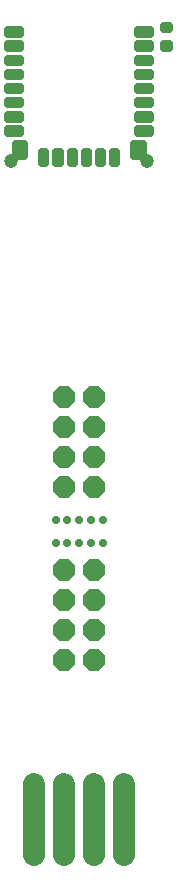
<source format=gts>
G75*
%MOIN*%
%OFA0B0*%
%FSLAX25Y25*%
%IPPOS*%
%LPD*%
%AMOC8*
5,1,8,0,0,1.08239X$1,22.5*
%
%ADD10C,0.02756*%
%ADD11C,0.02165*%
%ADD12C,0.04724*%
%ADD13C,0.02039*%
%ADD14OC8,0.07150*%
%ADD15C,0.07287*%
D10*
X0000000Y0001969D03*
X-0003937Y0001969D03*
X-0003937Y-0005906D03*
X0000000Y-0005906D03*
X0003937Y-0005906D03*
X0003937Y0001969D03*
X0007874Y0001969D03*
X0007874Y-0005906D03*
X-0007874Y-0005906D03*
X-0007874Y0001969D03*
D11*
X-0007973Y0120374D02*
X-0006201Y0120374D01*
X-0007973Y0120374D02*
X-0007973Y0124902D01*
X-0006201Y0124902D01*
X-0006201Y0120374D01*
X-0006201Y0122538D02*
X-0007973Y0122538D01*
X-0007973Y0124702D02*
X-0006201Y0124702D01*
X-0003248Y0120374D02*
X-0001476Y0120374D01*
X-0003248Y0120374D02*
X-0003248Y0124902D01*
X-0001476Y0124902D01*
X-0001476Y0120374D01*
X-0001476Y0122538D02*
X-0003248Y0122538D01*
X-0003248Y0124702D02*
X-0001476Y0124702D01*
X0001476Y0120374D02*
X0003248Y0120374D01*
X0001476Y0120374D02*
X0001476Y0124902D01*
X0003248Y0124902D01*
X0003248Y0120374D01*
X0003248Y0122538D02*
X0001476Y0122538D01*
X0001476Y0124702D02*
X0003248Y0124702D01*
X0006201Y0120374D02*
X0007973Y0120374D01*
X0006201Y0120374D02*
X0006201Y0124902D01*
X0007973Y0124902D01*
X0007973Y0120374D01*
X0007973Y0122538D02*
X0006201Y0122538D01*
X0006201Y0124702D02*
X0007973Y0124702D01*
X0010925Y0120374D02*
X0012697Y0120374D01*
X0010925Y0120374D02*
X0010925Y0124902D01*
X0012697Y0124902D01*
X0012697Y0120374D01*
X0012697Y0122538D02*
X0010925Y0122538D01*
X0010925Y0124702D02*
X0012697Y0124702D01*
X0019390Y0130610D02*
X0019390Y0132382D01*
X0023918Y0132382D01*
X0023918Y0130610D01*
X0019390Y0130610D01*
X0019390Y0135334D02*
X0019390Y0137106D01*
X0023918Y0137106D01*
X0023918Y0135334D01*
X0019390Y0135334D01*
X0019390Y0140059D02*
X0019390Y0141831D01*
X0023918Y0141831D01*
X0023918Y0140059D01*
X0019390Y0140059D01*
X0019390Y0144783D02*
X0019390Y0146555D01*
X0023918Y0146555D01*
X0023918Y0144783D01*
X0019390Y0144783D01*
X0019390Y0149508D02*
X0019390Y0151280D01*
X0023918Y0151280D01*
X0023918Y0149508D01*
X0019390Y0149508D01*
X0019390Y0154232D02*
X0019390Y0156004D01*
X0023918Y0156004D01*
X0023918Y0154232D01*
X0019390Y0154232D01*
X0019390Y0158957D02*
X0019390Y0160729D01*
X0023918Y0160729D01*
X0023918Y0158957D01*
X0019390Y0158957D01*
X0019390Y0163681D02*
X0019390Y0165453D01*
X0023918Y0165453D01*
X0023918Y0163681D01*
X0019390Y0163681D01*
X0030414Y0165256D02*
X0030414Y0167028D01*
X0030414Y0165256D02*
X0027854Y0165256D01*
X0027854Y0167028D01*
X0030414Y0167028D01*
X0030414Y0160729D02*
X0030414Y0158957D01*
X0027854Y0158957D01*
X0027854Y0160729D01*
X0030414Y0160729D01*
X-0010925Y0120374D02*
X-0012697Y0120374D01*
X-0012697Y0124902D01*
X-0010925Y0124902D01*
X-0010925Y0120374D01*
X-0010925Y0122538D02*
X-0012697Y0122538D01*
X-0012697Y0124702D02*
X-0010925Y0124702D01*
X-0023918Y0130610D02*
X-0023918Y0132382D01*
X-0019390Y0132382D01*
X-0019390Y0130610D01*
X-0023918Y0130610D01*
X-0023918Y0135334D02*
X-0023918Y0137106D01*
X-0019390Y0137106D01*
X-0019390Y0135334D01*
X-0023918Y0135334D01*
X-0023918Y0140059D02*
X-0023918Y0141831D01*
X-0019390Y0141831D01*
X-0019390Y0140059D01*
X-0023918Y0140059D01*
X-0023918Y0144783D02*
X-0023918Y0146555D01*
X-0019390Y0146555D01*
X-0019390Y0144783D01*
X-0023918Y0144783D01*
X-0023918Y0149508D02*
X-0023918Y0151280D01*
X-0019390Y0151280D01*
X-0019390Y0149508D01*
X-0023918Y0149508D01*
X-0023918Y0154232D02*
X-0023918Y0156004D01*
X-0019390Y0156004D01*
X-0019390Y0154232D01*
X-0023918Y0154232D01*
X-0023918Y0158957D02*
X-0023918Y0160729D01*
X-0019390Y0160729D01*
X-0019390Y0158957D01*
X-0023918Y0158957D01*
X-0023918Y0163681D02*
X-0023918Y0165453D01*
X-0019390Y0165453D01*
X-0019390Y0163681D01*
X-0023918Y0163681D01*
D12*
X-0022638Y0121654D03*
X0022638Y0121654D03*
D13*
X0017948Y0122870D02*
X0017948Y0127524D01*
X0021422Y0127524D01*
X0021422Y0122870D01*
X0017948Y0122870D01*
X0017948Y0124908D02*
X0021422Y0124908D01*
X0021422Y0126946D02*
X0017948Y0126946D01*
X-0021422Y0127524D02*
X-0021422Y0122870D01*
X-0021422Y0127524D02*
X-0017948Y0127524D01*
X-0017948Y0122870D01*
X-0021422Y0122870D01*
X-0021422Y0124908D02*
X-0017948Y0124908D01*
X-0017948Y0126946D02*
X-0021422Y0126946D01*
D14*
X-0005000Y0042953D03*
X-0005000Y0032953D03*
X-0005000Y0022953D03*
X-0005000Y0012953D03*
X-0005000Y-0014921D03*
X-0005000Y-0024921D03*
X-0005000Y-0034921D03*
X-0005000Y-0044921D03*
X0005000Y-0044921D03*
X0005000Y-0034921D03*
X0005000Y-0024921D03*
X0005000Y-0014921D03*
X0005000Y0012953D03*
X0005000Y0022953D03*
X0005000Y0032953D03*
X0005000Y0042953D03*
D15*
X0005000Y-0086281D02*
X0005000Y-0109781D01*
X0005000Y-0109781D01*
X0005000Y-0086281D01*
X0005000Y-0086281D01*
X0005000Y-0102495D02*
X0005000Y-0102495D01*
X0005000Y-0095209D02*
X0005000Y-0095209D01*
X0005000Y-0087923D02*
X0005000Y-0087923D01*
X-0005000Y-0086281D02*
X-0005000Y-0109781D01*
X-0005000Y-0109781D01*
X-0005000Y-0086281D01*
X-0005000Y-0086281D01*
X-0005000Y-0102495D02*
X-0005000Y-0102495D01*
X-0005000Y-0095209D02*
X-0005000Y-0095209D01*
X-0005000Y-0087923D02*
X-0005000Y-0087923D01*
X-0015000Y-0086281D02*
X-0015000Y-0109781D01*
X-0015000Y-0109781D01*
X-0015000Y-0086281D01*
X-0015000Y-0086281D01*
X-0015000Y-0102495D02*
X-0015000Y-0102495D01*
X-0015000Y-0095209D02*
X-0015000Y-0095209D01*
X-0015000Y-0087923D02*
X-0015000Y-0087923D01*
X0015000Y-0086281D02*
X0015000Y-0109781D01*
X0015000Y-0109781D01*
X0015000Y-0086281D01*
X0015000Y-0086281D01*
X0015000Y-0102495D02*
X0015000Y-0102495D01*
X0015000Y-0095209D02*
X0015000Y-0095209D01*
X0015000Y-0087923D02*
X0015000Y-0087923D01*
M02*

</source>
